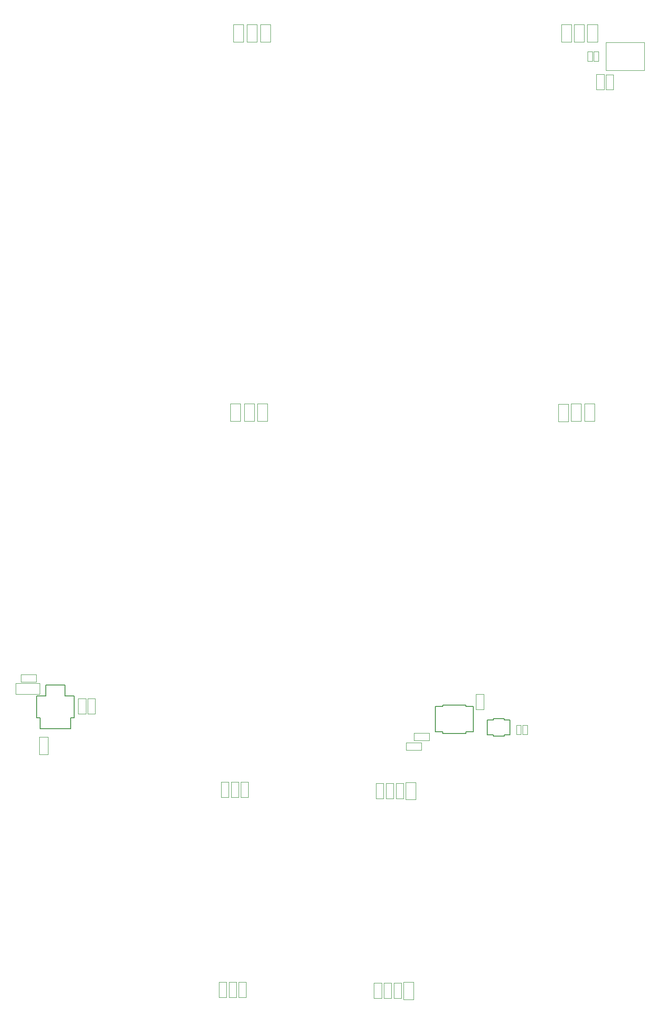
<source format=gbr>
%TF.GenerationSoftware,KiCad,Pcbnew,9.0.3*%
%TF.CreationDate,2025-09-16T12:32:26-04:00*%
%TF.ProjectId,CAEN_NEVIS_DAQ_PM5V,4341454e-5f4e-4455-9649-535f4441515f,rev?*%
%TF.SameCoordinates,Original*%
%TF.FileFunction,Other,User*%
%FSLAX46Y46*%
G04 Gerber Fmt 4.6, Leading zero omitted, Abs format (unit mm)*
G04 Created by KiCad (PCBNEW 9.0.3) date 2025-09-16 12:32:26*
%MOMM*%
%LPD*%
G01*
G04 APERTURE LIST*
%ADD10C,0.050000*%
%ADD11C,0.152400*%
G04 APERTURE END LIST*
D10*
%TO.C,C20*%
X184925000Y-132610000D02*
X186885000Y-132610000D01*
X184925000Y-136010000D02*
X184925000Y-132610000D01*
X186885000Y-132610000D02*
X186885000Y-136010000D01*
X186885000Y-136010000D02*
X184925000Y-136010000D01*
%TO.C,C32*%
X185025000Y-205940000D02*
X186485000Y-205940000D01*
X185025000Y-208900000D02*
X185025000Y-205940000D01*
X186485000Y-205940000D02*
X186485000Y-208900000D01*
X186485000Y-208900000D02*
X185025000Y-208900000D01*
%TO.C,C33*%
X186925000Y-205940000D02*
X188385000Y-205940000D01*
X186925000Y-208900000D02*
X186925000Y-205940000D01*
X188385000Y-205940000D02*
X188385000Y-208900000D01*
X188385000Y-208900000D02*
X186925000Y-208900000D01*
%TO.C,R5*%
X155380000Y-189750000D02*
X156840000Y-189750000D01*
X155380000Y-192710000D02*
X155380000Y-189750000D01*
X156840000Y-189750000D02*
X156840000Y-192710000D01*
X156840000Y-192710000D02*
X155380000Y-192710000D01*
%TO.C,C35*%
X215115000Y-206155000D02*
X216575000Y-206155000D01*
X215115000Y-209115000D02*
X215115000Y-206155000D01*
X216575000Y-206155000D02*
X216575000Y-209115000D01*
X216575000Y-209115000D02*
X215115000Y-209115000D01*
%TO.C,R13*%
X218546250Y-244699999D02*
X220446250Y-244699999D01*
X218546250Y-248059999D02*
X218546250Y-244699999D01*
X220446250Y-244699999D02*
X220446250Y-248059999D01*
X220446250Y-248059999D02*
X218546250Y-248059999D01*
%TO.C,C22*%
X190155000Y-132590000D02*
X192115000Y-132590000D01*
X190155000Y-135990000D02*
X190155000Y-132590000D01*
X192115000Y-132590000D02*
X192115000Y-135990000D01*
X192115000Y-135990000D02*
X190155000Y-135990000D01*
%TO.C,C49*%
X255420000Y-64350000D02*
X256340000Y-64350000D01*
X255420000Y-66170000D02*
X255420000Y-64350000D01*
X256340000Y-64350000D02*
X256340000Y-66170000D01*
X256340000Y-66170000D02*
X255420000Y-66170000D01*
%TO.C,C34*%
X213185000Y-206150000D02*
X214645000Y-206150000D01*
X213185000Y-209110000D02*
X213185000Y-206150000D01*
X214645000Y-206150000D02*
X214645000Y-209110000D01*
X214645000Y-209110000D02*
X213185000Y-209110000D01*
%TO.C,C53*%
X257810000Y-68790000D02*
X259270000Y-68790000D01*
X257810000Y-71750000D02*
X257810000Y-68790000D01*
X259270000Y-68790000D02*
X259270000Y-71750000D01*
X259270000Y-71750000D02*
X257810000Y-71750000D01*
%TO.C,C25*%
X253635000Y-132600000D02*
X255595000Y-132600000D01*
X253635000Y-136000000D02*
X253635000Y-132600000D01*
X255595000Y-132600000D02*
X255595000Y-136000000D01*
X255595000Y-136000000D02*
X253635000Y-136000000D01*
%TO.C,C21*%
X187575000Y-132610000D02*
X189535000Y-132610000D01*
X187575000Y-136010000D02*
X187575000Y-132610000D01*
X189535000Y-132610000D02*
X189535000Y-136010000D01*
X189535000Y-136010000D02*
X187575000Y-136010000D01*
%TO.C,C15*%
X254195000Y-59077500D02*
X256155000Y-59077500D01*
X254195000Y-62477500D02*
X254195000Y-59077500D01*
X256155000Y-59077500D02*
X256155000Y-62477500D01*
X256155000Y-62477500D02*
X254195000Y-62477500D01*
%TO.C,C41*%
X184626250Y-244670001D02*
X186086250Y-244670001D01*
X184626250Y-247630001D02*
X184626250Y-244670001D01*
X186086250Y-244670001D02*
X186086250Y-247630001D01*
X186086250Y-247630001D02*
X184626250Y-247630001D01*
%TO.C,C40*%
X182706250Y-244670001D02*
X184166250Y-244670001D01*
X182706250Y-247630001D02*
X182706250Y-244670001D01*
X184166250Y-244670001D02*
X184166250Y-247630001D01*
X184166250Y-247630001D02*
X182706250Y-247630001D01*
%TO.C,C64*%
X219010000Y-198250000D02*
X221970000Y-198250000D01*
X219010000Y-199710000D02*
X219010000Y-198250000D01*
X221970000Y-198250000D02*
X221970000Y-199710000D01*
X221970000Y-199710000D02*
X219010000Y-199710000D01*
%TO.C,C24*%
X251015000Y-132600000D02*
X252975000Y-132600000D01*
X251015000Y-136000000D02*
X251015000Y-132600000D01*
X252975000Y-132600000D02*
X252975000Y-136000000D01*
X252975000Y-136000000D02*
X251015000Y-136000000D01*
%TO.C,C1*%
X147780000Y-197150000D02*
X149540000Y-197150000D01*
X147780000Y-200550000D02*
X147780000Y-197150000D01*
X149540000Y-197150000D02*
X149540000Y-200550000D01*
X149540000Y-200550000D02*
X147780000Y-200550000D01*
%TO.C,R12*%
X218945000Y-205970000D02*
X220845000Y-205970000D01*
X218945000Y-209330000D02*
X218945000Y-205970000D01*
X220845000Y-205970000D02*
X220845000Y-209330000D01*
X220845000Y-209330000D02*
X218945000Y-209330000D01*
D11*
%TO.C,U11*%
X234806400Y-193877400D02*
X234806400Y-196742600D01*
X234806400Y-193877400D02*
X235913200Y-193877400D01*
X234806400Y-196742600D02*
X235913200Y-196742600D01*
X235913200Y-193608200D02*
X235913200Y-193877400D01*
X235913200Y-196742600D02*
X235913200Y-197011800D01*
X235913200Y-197011800D02*
X238046800Y-197011800D01*
X238046800Y-193608200D02*
X235913200Y-193608200D01*
X238046800Y-193877400D02*
X238046800Y-193608200D01*
X238046800Y-197011800D02*
X238046800Y-196742600D01*
X239153600Y-193877400D02*
X238046800Y-193877400D01*
X239153600Y-196742600D02*
X238046800Y-196742600D01*
X239153600Y-196742600D02*
X239153600Y-193877400D01*
D10*
%TO.C,C11*%
X188135000Y-59087500D02*
X190095000Y-59087500D01*
X188135000Y-62487500D02*
X188135000Y-59087500D01*
X190095000Y-59087500D02*
X190095000Y-62487500D01*
X190095000Y-62487500D02*
X188135000Y-62487500D01*
%TO.C,C50*%
X254220000Y-64350000D02*
X255140000Y-64350000D01*
X254220000Y-66170000D02*
X254220000Y-64350000D01*
X255140000Y-64350000D02*
X255140000Y-66170000D01*
X255140000Y-66170000D02*
X254220000Y-66170000D01*
%TO.C,C58*%
X240400000Y-194880000D02*
X241320000Y-194880000D01*
X240400000Y-196700000D02*
X240400000Y-194880000D01*
X241320000Y-194880000D02*
X241320000Y-196700000D01*
X241320000Y-196700000D02*
X240400000Y-196700000D01*
%TO.C,R21*%
X255960000Y-68780000D02*
X257420000Y-68780000D01*
X255960000Y-71740000D02*
X255960000Y-68780000D01*
X257420000Y-68780000D02*
X257420000Y-71740000D01*
X257420000Y-71740000D02*
X255960000Y-71740000D01*
%TO.C,R6*%
X144230000Y-185050000D02*
X147190000Y-185050000D01*
X144230000Y-186510000D02*
X144230000Y-185050000D01*
X147190000Y-185050000D02*
X147190000Y-186510000D01*
X147190000Y-186510000D02*
X144230000Y-186510000D01*
%TO.C,C2*%
X157220000Y-189750000D02*
X158680000Y-189750000D01*
X157220000Y-192710000D02*
X157220000Y-189750000D01*
X158680000Y-189750000D02*
X158680000Y-192710000D01*
X158680000Y-192710000D02*
X157220000Y-192710000D01*
%TO.C,C43*%
X212786250Y-244880000D02*
X214246250Y-244880000D01*
X212786250Y-247840000D02*
X212786250Y-244880000D01*
X214246250Y-244880000D02*
X214246250Y-247840000D01*
X214246250Y-247840000D02*
X212786250Y-247840000D01*
%TO.C,C45*%
X216646250Y-244889999D02*
X218106250Y-244889999D01*
X216646250Y-247849999D02*
X216646250Y-244889999D01*
X218106250Y-244889999D02*
X218106250Y-247849999D01*
X218106250Y-247849999D02*
X216646250Y-247849999D01*
%TO.C,R25*%
X232600000Y-188930000D02*
X234060000Y-188930000D01*
X232600000Y-191890000D02*
X232600000Y-188930000D01*
X234060000Y-188930000D02*
X234060000Y-191890000D01*
X234060000Y-191890000D02*
X232600000Y-191890000D01*
%TO.C,C36*%
X217045000Y-206160000D02*
X218505000Y-206160000D01*
X217045000Y-209120000D02*
X217045000Y-206160000D01*
X218505000Y-206160000D02*
X218505000Y-209120000D01*
X218505000Y-209120000D02*
X217045000Y-209120000D01*
D11*
%TO.C,U10*%
X224651600Y-191281600D02*
X224651600Y-196158400D01*
X224651600Y-191281600D02*
X226112100Y-191281600D01*
X224651600Y-196158400D02*
X226112100Y-196158400D01*
X226112100Y-190964100D02*
X226112100Y-191281600D01*
X226112100Y-196158400D02*
X226112100Y-196475900D01*
X226112100Y-196475900D02*
X230607900Y-196475900D01*
X230607900Y-190964100D02*
X226112100Y-190964100D01*
X230607900Y-191281600D02*
X230607900Y-190964100D01*
X230607900Y-196475900D02*
X230607900Y-196158400D01*
X232068400Y-191281600D02*
X230607900Y-191281600D01*
X232068400Y-196158400D02*
X230607900Y-196158400D01*
X232068400Y-196158400D02*
X232068400Y-191281600D01*
D10*
%TO.C,U8*%
X257805000Y-62567500D02*
X257805000Y-67972500D01*
X265215000Y-62567500D02*
X257805000Y-62567500D01*
X265215000Y-62567500D02*
X265215000Y-67972500D01*
X265215000Y-67972500D02*
X257805000Y-67972500D01*
%TO.C,C57*%
X241660000Y-194900000D02*
X242580000Y-194900000D01*
X241660000Y-196720000D02*
X241660000Y-194900000D01*
X242580000Y-194900000D02*
X242580000Y-196720000D01*
X242580000Y-196720000D02*
X241660000Y-196720000D01*
%TO.C,C14*%
X251575000Y-59077500D02*
X253535000Y-59077500D01*
X251575000Y-62477500D02*
X251575000Y-59077500D01*
X253535000Y-59077500D02*
X253535000Y-62477500D01*
X253535000Y-62477500D02*
X251575000Y-62477500D01*
%TO.C,C3*%
X143267500Y-186790000D02*
X147867500Y-186790000D01*
X143267500Y-188890000D02*
X143267500Y-186790000D01*
X147867500Y-186790000D02*
X147867500Y-188890000D01*
X147867500Y-188890000D02*
X143267500Y-188890000D01*
%TO.C,C12*%
X190715000Y-59067500D02*
X192675000Y-59067500D01*
X190715000Y-62467500D02*
X190715000Y-59067500D01*
X192675000Y-59067500D02*
X192675000Y-62467500D01*
X192675000Y-62467500D02*
X190715000Y-62467500D01*
%TO.C,R37*%
X220580000Y-196430000D02*
X223540000Y-196430000D01*
X220580000Y-197890000D02*
X220580000Y-196430000D01*
X223540000Y-196430000D02*
X223540000Y-197890000D01*
X223540000Y-197890000D02*
X220580000Y-197890000D01*
%TO.C,C44*%
X214716250Y-244884999D02*
X216176250Y-244884999D01*
X214716250Y-247844999D02*
X214716250Y-244884999D01*
X216176250Y-244884999D02*
X216176250Y-247844999D01*
X216176250Y-247844999D02*
X214716250Y-247844999D01*
%TO.C,C23*%
X248585000Y-132630000D02*
X250545000Y-132630000D01*
X248585000Y-136030000D02*
X248585000Y-132630000D01*
X250545000Y-132630000D02*
X250545000Y-136030000D01*
X250545000Y-136030000D02*
X248585000Y-136030000D01*
%TO.C,C10*%
X185485000Y-59087500D02*
X187445000Y-59087500D01*
X185485000Y-62487500D02*
X185485000Y-59087500D01*
X187445000Y-59087500D02*
X187445000Y-62487500D01*
X187445000Y-62487500D02*
X185485000Y-62487500D01*
%TO.C,C13*%
X249145000Y-59107500D02*
X251105000Y-59107500D01*
X249145000Y-62507500D02*
X249145000Y-59107500D01*
X251105000Y-59107500D02*
X251105000Y-62507500D01*
X251105000Y-62507500D02*
X249145000Y-62507500D01*
D11*
%TO.C,U1*%
X147341700Y-189231800D02*
X147341700Y-193448200D01*
X147341700Y-193448200D02*
X147964000Y-193448200D01*
X147964000Y-193448200D02*
X147964000Y-195594500D01*
X147964000Y-195594500D02*
X153933000Y-195594500D01*
X149119700Y-187085500D02*
X149119700Y-189231800D01*
X149119700Y-189231800D02*
X147341700Y-189231800D01*
X152777300Y-187085500D02*
X149119700Y-187085500D01*
X152777300Y-189231800D02*
X152777300Y-187085500D01*
X153933000Y-193448200D02*
X154555300Y-193448200D01*
X153933000Y-195594500D02*
X153933000Y-193448200D01*
X154555300Y-189231800D02*
X152777300Y-189231800D01*
X154555300Y-193448200D02*
X154555300Y-189231800D01*
D10*
%TO.C,C31*%
X183105000Y-205940000D02*
X184565000Y-205940000D01*
X183105000Y-208900000D02*
X183105000Y-205940000D01*
X184565000Y-205940000D02*
X184565000Y-208900000D01*
X184565000Y-208900000D02*
X183105000Y-208900000D01*
%TO.C,C42*%
X186526250Y-244670001D02*
X187986250Y-244670001D01*
X186526250Y-247630001D02*
X186526250Y-244670001D01*
X187986250Y-244670001D02*
X187986250Y-247630001D01*
X187986250Y-247630001D02*
X186526250Y-247630001D01*
%TD*%
M02*

</source>
